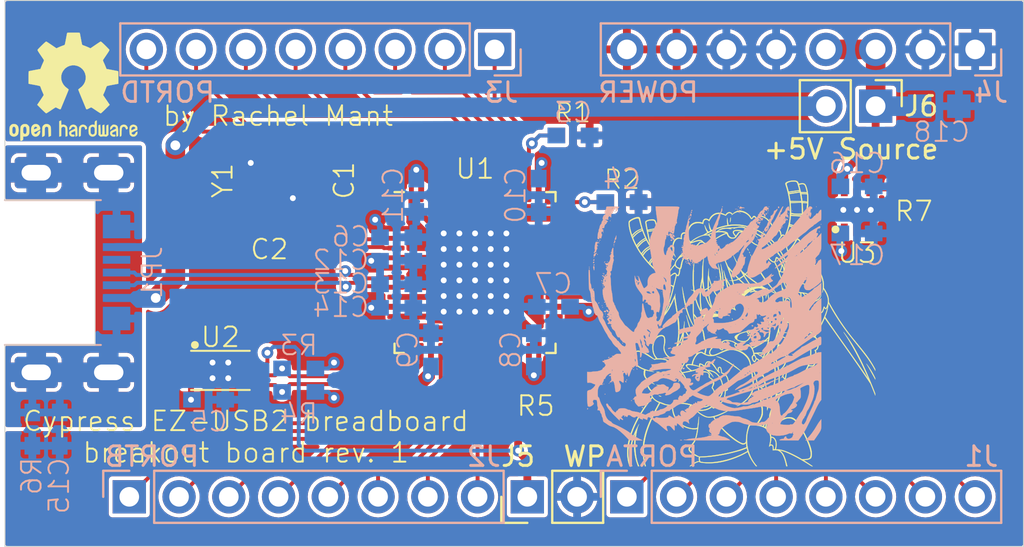
<source format=kicad_pcb>
(kicad_pcb (version 20221018) (generator pcbnew)
  (layers (0 "F.Cu" mixed) (31 "B.Cu" mixed) (34 "B.Paste" user) (35 "F.Paste" user) (36 "B.SilkS" user "B.Silkscreen") (37 "F.SilkS" user "F.Silkscreen") (38 "B.Mask" user) (39 "F.Mask" user) (44 "Edge.Cuts" user))
  (net 0 "")
  (net 1 "GND")
  (net 2 "+3V3")
  (net 3 "/Processor+USB/CLKOUT")
  (net 4 "/Processor+USB/WAKEUP")
  (net 5 "/Processor+USB/~{RESET}")
  (net 6 "Net-(U1-Pad31)")
  (net 7 "Net-(U1-Pad30)")
  (net 8 "Net-(U1-Pad29)")
  (net 9 "/Processor+USB/SDA")
  (net 10 "/Processor+USB/SCL")
  (net 11 "Net-(U1-Pad14)")
  (net 12 "Net-(U1-Pad13)")
  (net 13 "Net-(U1-Pad2)")
  (net 14 "Net-(U1-Pad1)")
  (net 15 "/Processor+USB/OSC+")
  (net 16 "/Processor+USB/OSC-")
  (net 17 "/Breadboard Connectors/PA7")
  (net 18 "/Breadboard Connectors/PA6")
  (net 19 "/Breadboard Connectors/PA5")
  (net 20 "/Breadboard Connectors/PA4")
  (net 21 "/Breadboard Connectors/PA3")
  (net 22 "/Breadboard Connectors/PA2")
  (net 23 "/Breadboard Connectors/PA1")
  (net 24 "/Breadboard Connectors/PA0")
  (net 25 "/Breadboard Connectors/PB7")
  (net 26 "/Breadboard Connectors/PB6")
  (net 27 "/Breadboard Connectors/PB5")
  (net 28 "/Breadboard Connectors/PB4")
  (net 29 "/Breadboard Connectors/PB3")
  (net 30 "/Breadboard Connectors/PB2")
  (net 31 "/Breadboard Connectors/PB1")
  (net 32 "/Breadboard Connectors/PB0")
  (net 33 "/Breadboard Connectors/PD7")
  (net 34 "/Breadboard Connectors/PD6")
  (net 35 "/Breadboard Connectors/PD5")
  (net 36 "/Breadboard Connectors/PD4")
  (net 37 "/Breadboard Connectors/PD3")
  (net 38 "/Breadboard Connectors/PD2")
  (net 39 "/Breadboard Connectors/PD1")
  (net 40 "/Breadboard Connectors/PD0")
  (net 41 "Net-(JP1-PadID)")
  (net 42 "/Supply + Support Elements/EEPROM_WC")
  (net 43 "/Processor+USB/D+")
  (net 44 "/Processor+USB/D-")
  (net 45 "Earth")
  (net 46 "+5V")
  (net 47 "/Processor+USB/VBUS")
  (net 48 "Net-(R7-Pad1)")
  (footprint "rcl:R0603" (layer "F.Cu") (at 149 99 180)
    (fp_text reference "R1")
    (fp_text value "100k" hide)
  )
  (footprint "rcl:R0603" (layer "F.Cu") (at 151.5 102.4 180)
    (fp_text reference "R2")
    (fp_text value "10k" hide)
  )
  (footprint "rcl:R0603" (layer "F.Cu") (at 147.1 114)
    (fp_text reference "R5")
    (fp_text value "10k" hide)
  )
  (footprint "Connector_PinHeader_2.54mm:PinHeader_1x02_P2.54mm_Vertical" (layer "F.Cu") (at 146.67 117.46 90)
    (fp_text reference "J5")
    (fp_text value "WP")
  )
  (footprint "DX-MON:UFDFPN8" (layer "F.Cu") (at 131 111 -90)
    (fp_text reference "U2")
    (fp_text value "M24128" hide)
  )
  (footprint "osc:SMD2520" (layer "F.Cu") (at 133.6 101.3 180)
    (fp_text reference "Y1")
    (fp_text value "24MHz" hide)
  )
  (footprint "rcl:C0603" (layer "F.Cu") (at 136.2 101.3 -90)
    (fp_text reference "C1")
    (fp_text value "15pF" hide)
  )
  (footprint "rcl:C0603" (layer "F.Cu") (at 133.5 103.7)
    (fp_text reference "C2")
    (fp_text value "15pF" hide)
  )
  (footprint "Connector_PinHeader_2.54mm:PinHeader_1x02_P2.54mm_Vertical" (layer "F.Cu") (at 164.45 97.5 -90)
    (fp_text reference "J6")
    (fp_text value "+5V Source")
  )
  (footprint "rcl:R0603" (layer "F.Cu") (at 166.4 101.75)
    (fp_text reference "R7")
    (fp_text value "100k" hide)
  )
  (footprint "DX-MON:DFN6-2x2mm" (layer "F.Cu") (at 163.5 102.8 90)
    (fp_text reference "U3")
    (fp_text value "TLV755P" hide)
  )
  (footprint "Symbol:OSHW-Logo2_7.3x6mm_SilkScreen" (layer "F.Cu") (at 123.5 96.5)
    (fp_text reference "LOGO1" hide)
    (fp_text value "Logo_Open_Hardware_Small" hide)
  )
  (footprint "DX-MON:QFN-56-1EP_8x8mm_P0.5mm_EP4.5x5.2mm" (layer "F.Cu") (at 144 106)
    (fp_text reference "U1")
    (fp_text value "CY7C68013A-56LTX" hide)
  )
  (footprint "トール:トール-12.9x14.8" (layer "F.Cu") (at 158 108.5)
    (fp_text reference "DRG1" hide)
    (fp_text value "トール" hide)
  )
  (footprint "Connector_PinHeader_2.54mm:PinHeader_1x08_P2.54mm_Vertical" (layer "B.Cu") (at 151.75 117.46 -90)
    (fp_text reference "J1")
    (fp_text value "PORTA")
  )
  (footprint "Connector_PinHeader_2.54mm:PinHeader_1x08_P2.54mm_Vertical" (layer "B.Cu") (at 145 94.6 90)
    (fp_text reference "J3")
    (fp_text value "PORTD")
  )
  (footprint "rcl:C0603" (layer "B.Cu") (at 149 99)
    (fp_text reference "C3")
    (fp_text value "10uF" hide)
  )
  (footprint "rcl:C0603" (layer "B.Cu") (at 151.5 102.4)
    (fp_text reference "C4")
    (fp_text value "10uF" hide)
  )
  (footprint "Connector_PinHeader_2.54mm:PinHeader_1x08_P2.54mm_Vertical" (layer "B.Cu") (at 169.53 94.6 90)
    (fp_text reference "J4")
    (fp_text value "POWER")
  )
  (footprint "USB:MICRO-USB-B-(IN_PCB)" (layer "B.Cu") (at 120 106 90)
    (fp_text reference "JP1")
    (fp_text value "USB-Micro-B" hide)
    (fp_line (start -3.7 0) (end -3.7 4.6) (stroke (width 0.05)) (layer "Edge.Cuts"))
    (fp_line (start -3.7 4.6) (end 3.7 4.6) (stroke (width 0.05)) (layer "Edge.Cuts"))
    (fp_line (start 3.7 4.6) (end 3.7 0) (stroke (width 0.05)) (layer "Edge.Cuts"))
  )
  (footprint "rcl:C0603" (layer "B.Cu") (at 140 104.2)
    (fp_text reference "C6")
    (fp_text value "0.1uF" hide)
  )
  (footprint "rcl:C0603" (layer "B.Cu") (at 147 109.95 90)
    (fp_text reference "C8")
    (fp_text value "0.1uF" hide)
  )
  (footprint "rcl:C0603" (layer "B.Cu") (at 141.75 109.95 90)
    (fp_text reference "C9")
    (fp_text value "0.1uF" hide)
  )
  (footprint "rcl:C0603" (layer "B.Cu") (at 147.25 102.05 -90)
    (fp_text reference "C10")
    (fp_text value "0.1uF" hide)
  )
  (footprint "rcl:C0603" (layer "B.Cu") (at 140 105.4)
    (fp_text reference "C12")
    (fp_text value "0.22uF" hide)
  )
  (footprint "rcl:C0603" (layer "B.Cu") (at 140 106.6)
    (fp_text reference "C13")
    (fp_text value "10nF" hide)
  )
  (footprint "rcl:C0603" (layer "B.Cu") (at 140 107.8)
    (fp_text reference "C14")
    (fp_text value "1nF" hide)
  )
  (footprint "rcl:C0603" (layer "B.Cu") (at 141 102.05 -90)
    (fp_text reference "C11")
    (fp_text value "0.1uF" hide)
  )
  (footprint "rcl:R0603" (layer "B.Cu") (at 135 110.9 180)
    (fp_text reference "R3")
    (fp_text value "2k2" hide)
  )
  (footprint "Connector_PinHeader_2.54mm:PinHeader_1x08_P2.54mm_Vertical" (layer "B.Cu") (at 126.35 117.46 -90)
    (fp_text reference "J2")
    (fp_text value "PORTB")
  )
  (footprint "rcl:R0603" (layer "B.Cu") (at 121.4 114 90)
    (fp_text reference "R6")
    (fp_text value "1M" hide)
  )
  (footprint "rcl:C0603" (layer "B.Cu") (at 122.8 114 -90)
    (fp_text reference "C15")
    (fp_text value "0.1uF" hide)
  )
  (footprint "rcl:R0603" (layer "B.Cu") (at 135 112.1 180)
    (fp_text reference "R4")
    (fp_text value "2k2" hide)
  )
  (footprint "rcl:C0603" (layer "B.Cu") (at 130.4 112.5)
    (fp_text reference "C5")
    (fp_text value "0.1uF" hide)
  )
  (footprint "rcl:C0603" (layer "B.Cu") (at 163.5 101.6 180)
    (fp_text reference "C16")
    (fp_text value "4.7uF" hide)
  )
  (footprint "rcl:C0603" (layer "B.Cu") (at 163.5 104)
    (fp_text reference "C17")
    (fp_text value "4.7uF" hide)
  )
  (footprint "rcl:C0805" (layer "B.Cu") (at 167.7 97.5)
    (fp_text reference "C18")
    (fp_text value "47uF" hide)
  )
  (footprint "rcl:C0603" (layer "B.Cu") (at 148 107.75 180)
    (fp_text reference "C7")
    (fp_text value "0.1uF" hide)
  )
  (footprint "Nagadreth:Nagadreth-12.0x12.0" (layer "B.Cu") (at 155.7 108.6 180)
    (fp_text reference "DRG2" hide)
    (fp_text value "Nagadreth" hide)
  )
  (gr_line (start 172 120) (end 172 92.1) (stroke (width 0.05)) (layer "Edge.Cuts"))
  (gr_line (start 172 120) (end 120 120) (stroke (width 0.05)) (layer "Edge.Cuts"))
  (gr_line (start 120 92.1) (end 120 102.3) (stroke (width 0.05)) (layer "Edge.Cuts"))
  (gr_line (start 120 92.1) (end 172 92.1) (stroke (width 0.05)) (layer "Edge.Cuts"))
  (gr_line (start 120 109.7) (end 120 120) (stroke (width 0.05)) (layer "Edge.Cuts"))
  (gr_text "Cypress EZ-USB2 breadboard\nbreakout board rev. 1" (at 132.3 114.4) (layer "F.SilkS") (effects (font (size 1 1) (thickness 0.1))))
  (gr_text "by Rachel Mant" (at 128 98) (layer "F.SilkS") (effects (font (size 1 1) (thickness 0.1)) (justify left)))
  (segment (start 130.75 111.25) (end 131 111) (width 0.3) (layer "F.Cu") (net 1))
  (segment (start 129.5 111.25) (end 130.75 111.25) (width 0.3) (layer "F.Cu") (net 1))
  (segment (start 129.5 110.75) (end 130.75 110.75) (width 0.3) (layer "F.Cu") (net 1))
  (segment (start 130.75 110.75) (end 131 111) (width 0.3) (layer "F.Cu") (net 1))
  (segment (start 146.75 108.75) (end 146.25 108.75) (width 0.3) (layer "F.Cu") (net 1))
  (segment (start 146.25 110.0375) (end 146.25 108.75) (width 0.3) (layer "F.Cu") (net 1))
  (segment (start 140.75 102.5) (end 144 105.75) (width 0.3) (layer "F.Cu") (net 1))
  (segment (start 141.75 108.25) (end 144 106) (width 0.3) (layer "F.Cu") (net 1))
  (segment (start 146.25 108.75) (end 146.25 108.25) (width 0.3) (layer "F.Cu") (net 1))
  (segment (start 140.0625 107.25) (end 142.75 107.25) (width 0.3) (layer "F.Cu") (net 1))
  (segment (start 144 105.75) (end 144 106.4) (width 0.3) (layer "F.Cu") (net 1))
  (segment (start 142.25 103.85) (end 142.4 104) (width 0.3) (layer "F.Cu") (net 1))
  (segment (start 140.0625 108.25) (end 141.75 108.25) (width 0.3) (layer "F.Cu") (net 1))
  (segment (start 144 105.65) (end 144 106) (width 0.3) (layer "F.Cu") (net 1))
  (segment (start 140.75 101.9625) (end 140.75 102.5) (width 0.3) (layer "F.Cu") (net 1))
  (segment (start 147.25 109.25) (end 146.75 108.75) (width 0.3) (layer "F.Cu") (net 1))
  (segment (start 139.9625 105.25) (end 143.25 105.25) (width 0.3) (layer "F.Cu") (net 1))
  (segment (start 148.0375 103.25) (end 146.4 103.25) (width 0.3) (layer "F.Cu") (net 1))
  (segment (start 142.75 107.25) (end 144 106) (width 0.3) (layer "F.Cu") (net 1))
  (segment (start 142.25 101.9625) (end 142.25 103.85) (width 0.3) (layer "F.Cu") (net 1))
  (segment (start 146.4 103.25) (end 144 105.65) (width 0.3) (layer "F.Cu") (net 1))
  (segment (start 143.25 105.25) (end 144 106) (width 0.3) (layer "F.Cu") (net 1))
  (segment (start 147.25 110.0375) (end 147.25 109.25) (width 0.3) (layer "F.Cu") (net 1))
  (segment (start 163.5 101.75) (end 163.5 102.8) (width 0.4) (layer "F.Cu") (net 1))
  (segment (start 146.25 108.25) (end 144 106) (width 0.3) (layer "F.Cu") (net 1))
  (via (at 130.6 111.4) (size 0.6) (drill 0.3) (layers "F.Cu" "B.Cu") (net 1))
  (via (at 130.6 110.6) (size 0.6) (drill 0.3) (layers "F.Cu" "B.Cu") (net 1))
  (via (at 131.4 110.6) (size 0.6) (drill 0.3) (layers "F.Cu" "B.Cu") (net 1))
  (via (at 131.4 111.4) (size 0.6) (drill 0.3) (layers "F.Cu" "B.Cu") (net 1))
  (via (at 143.2 104) (size 0.6) (drill 0.3) (layers "F.Cu" "B.Cu") (net 1))
  (via (at 145.6 105.6) (size 0.6) (drill 0.3) (layers "F.Cu" "B.Cu") (net 1))
  (via (at 134.7 102.2) (size 0.6) (drill 0.3) (layers "F.Cu" "B.Cu") (net 1))
  (via (at 144.8 107.2) (size 0.6) (drill 0.3) (layers "F.Cu" "B.Cu") (net 1))
  (via (at 145.6 106.4) (size 0.6) (drill 0.3) (layers "F.Cu" "B.Cu") (net 1))
  (via (at 144.8 108) (size 0.6) (drill 0.3) (layers "F.Cu" "B.Cu") (net 1))
  (via (at 145.6 108) (size 0.6) (drill 0.3) (layers "F.Cu" "B.Cu") (net 1))
  (via (at 163.5 102.8) (size 0.6) (drill 0.3) (layers "F.Cu" "B.Cu") (net 1))
  (via (at 143.2 104.8) (size 0.6) (drill 0.3) (layers "F.Cu" "B.Cu") (net 1))
  (via (at 145.6 104.8) (size 0.6) (drill 0.3) (layers "F.Cu" "B.Cu") (net 1))
  (via (at 144.8 105.6) (size 0.6) (drill 0.3) (layers "F.Cu" "B.Cu") (net 1))
  (via (at 143.2 105.6) (size 0.6) (drill 0.3) (layers "F.Cu" "B.Cu") (net 1))
  (via (at 144 106.4) (size 0.6) (drill 0.3) (layers "F.Cu" "B.Cu") (net 1))
  (via (at 144 108) (size 0.6) (drill 0.3) (layers "F.Cu" "B.Cu") (net 1))
  (via (at 162.8 102.8) (size 0.6) (drill 0.3) (layers "F.Cu" "B.Cu") (net 1))
  (via (at 142.4 104.8) (size 0.6) (drill 0.3) (layers "F.Cu" "B.Cu") (net 1))
  (via (at 143.2 108) (size 0.6) (drill 0.3) (layers "F.Cu" "B.Cu") (net 1))
  (via (at 144 104) (size 0.6) (drill 0.3) (layers "F.Cu" "B.Cu") (net 1))
  (via (at 142.4 108) (size 0.6) (drill 0.3) (layers "F.Cu" "B.Cu") (net 1))
  (via (at 143.2 106.4) (size 0.6) (drill 0.3) (layers "F.Cu" "B.Cu") (net 1))
  (via (at 143.2 107.2) (size 0.6) (drill 0.3) (layers "F.Cu" "B.Cu") (net 1))
  (via (at 142.4 104) (size 0.6) (drill 0.3) (layers "F.Cu" "B.Cu") (net 1))
  (via (at 144 104.8) (size 0.6) (drill 0.3) (layers "F.Cu" "B.Cu") (net 1))
  (via (at 144.8 106.4) (size 0.6) (drill 0.3) (layers "F.Cu" "B.Cu") (net 1))
  (via (at 144.8 104.8) (size 0.6) (drill 0.3) (layers "F.Cu" "B.Cu") (net 1))
  (via (at 142.4 107.2) (size 0.6) (drill 0.3) (layers "F.Cu" "B.Cu") (net 1))
  (via (at 142.4 105.6) (size 0.6) (drill 0.3) (layers "F.Cu" "B.Cu") (net 1))
  (via (at 145.6 107.2) (size 0.6) (drill 0.3) (layers "F.Cu" "B.Cu") (net 1))
  (via (at 145.6 104) (size 0.6) (drill 0.3) (layers "F.Cu" "B.Cu") (net 1))
  (via (at 144 107.2) (size 0.6) (drill 0.3) (layers "F.Cu" "B.Cu") (net 1))
  (via (at 144.8 104) (size 0.6) (drill 0.3) (layers "F.Cu" "B.Cu") (net 1))
  (via (at 164.2 102.8) (size 0.6) (drill 0.3) (layers "F.Cu" "B.Cu") (net 1))
  (via (at 144 105.6) (size 0.6) (drill 0.3) (layers "F.Cu" "B.Cu") (net 1))
  (via (at 132.55 100.4) (size 0.6) (drill 0.3) (layers "F.Cu" "B.Cu") (net 1))
  (via (at 142.4 106.4) (size 0.6) (drill 0.3) (layers "F.Cu" "B.Cu") (net 1))
  (segment (start 125.7 104.7) (end 127.2 104.7) (width 0.4) (layer "B.Cu") (net 1))
  (segment (start 129.5 111.75) (end 129.5 112.5) (width 0.3) (layer "F.Cu") (net 2))
  (segment (start 147.25 101.9625) (end 147.25 100.55) (width 0.3) (layer "F.Cu") (net 2))
  (segment (start 149.8 108) (end 149.5 107.75) (width 0.3) (layer "F.Cu") (net 2))
  (segment (start 138.75 107.75) (end 138.7 107.8) (width 0.3) (layer "F.Cu") (net 2))
  (segment (start 147.25 100.55) (end 147.4 100.4) (width 0.3) (layer "F.Cu") (net 2))
  (segment (start 139.05 105.75) (end 138.7 105.4) (width 0.3) (layer "F.Cu") (net 2))
  (segment (start 141.75 111.15) (end 141.6 111.3) (width 0.3) (layer "F.Cu") (net 2))
  (segment (start 139.9625 107.75) (end 138.75 107.75) (width 0.3) (layer "F.Cu") (net 2))
  (segment (start 146.75 111) (end 147 111.25) (width 0.3) (layer "F.Cu") (net 2))
  (segment (start 139.9625 103.75) (end 139.35 103.75) (width 0.3) (layer "F.Cu") (net 2))
  (segment (start 141.25 101.9625) (end 141.25 101) (width 0.3) (layer "F.Cu") (net 2))
  (segment (start 149.5 107.75) (end 148.0375 107.75) (width 0.3) (layer "F.Cu") (net 2))
  (segment (start 139.9625 105.75) (end 139.05 105.75) (width 0.3) (layer "F.Cu") (net 2))
  (segment (start 141.25 101) (end 141 100.75) (width 0.3) (layer "F.Cu") (net 2))
  (segment (start 146.75 110.0375) (end 146.75 111) (width 0.3) (layer "F.Cu") (net 2))
  (segment (start 139.35 103.75) (end 138.9 103.3) (width 0.3) (layer "F.Cu") (net 2))
  (segment (start 141.75 110.0375) (end 141.75 111.15) (width 0.3) (layer "F.Cu") (net 2))
  (via (at 129.5 112.5) (size 0.6) (drill 0.3) (layers "F.Cu" "B.Cu") (net 2))
  (via (at 147.4 100.4) (size 0.6) (drill 0.3) (layers "F.Cu" "B.Cu") (net 2))
  (via (at 136.8 110.6) (size 0.6) (drill 0.3) (layers "F.Cu" "B.Cu") (net 2))
  (via (at 162.7 104.9) (size 0.6) (drill 0.3) (layers "F.Cu" "B.Cu") (net 2))
  (via (at 138.7 107.8) (size 0.6) (drill 0.3) (layers "F.Cu" "B.Cu") (net 2))
  (via (at 138.9 103.3) (size 0.6) (drill 0.3) (layers "F.Cu" "B.Cu") (net 2))
  (via (at 147 111.25) (size 0.6) (drill 0.3) (layers "F.Cu" "B.Cu") (net 2))
  (via (at 149.8 108) (size 0.6) (drill 0.3) (layers "F.Cu" "B.Cu") (net 2))
  (via (at 138.7 105.4) (size 0.6) (drill 0.3) (layers "F.Cu" "B.Cu") (net 2))
  (via (at 136.8 112.4) (size 0.6) (drill 0.3) (layers "F.Cu" "B.Cu") (net 2))
  (via (at 141 100.75) (size 0.6) (drill 0.3) (layers "F.Cu" "B.Cu") (net 2))
  (via (at 141.6 111.3) (size 0.6) (drill 0.3) (layers "F.Cu" "B.Cu") (net 2))
  (segment (start 129.55 112.5) (end 129.5 112.5) (width 0.3) (layer "B.Cu") (net 2))
  (segment (start 141.75 111.15) (end 141.6 111.3) (width 0.3) (layer "B.Cu") (net 2))
  (segment (start 135.85 110.9) (end 136.5 110.9) (width 0.2) (layer "B.Cu") (net 2))
  (segment (start 141 100.75) (end 141 101.2) (width 0.3) (layer "B.Cu") (net 2))
  (segment (start 147.25 100.55) (end 147.4 100.4) (width 0.3) (layer "B.Cu") (net 2))
  (segment (start 139.15 107.8) (end 138.7 107.8) (width 0.3) (layer "B.Cu") (net 2))
  (segment (start 136.5 112.1) (end 136.8 112.4) (width 0.2) (layer "B.Cu") (net 2))
  (segment (start 147.25 100.75) (end 147.25 101.2) (width 0.3) (layer "B.Cu") (net 2))
  (segment (start 139.15 106.6) (end 139.15 105.4) (width 0.4) (layer "B.Cu") (net 2))
  (segment (start 139.15 106.6) (end 139.15 107.8) (width 0.4) (layer "B.Cu") (net 2))
  (segment (start 138.9 103.3) (end 139.15 103.6) (width 0.3) (layer "B.Cu") (net 2))
  (segment (start 136.5 110.9) (end 136.8 110.6) (width 0.2) (layer "B.Cu") (net 2))
  (segment (start 162.65 104.85) (end 162.7 104.9) (width 0.4) (layer "B.Cu") (net 2))
  (segment (start 149.8 108) (end 149.5 107.75) (width 0.3) (layer "B.Cu") (net 2))
  (segment (start 139.15 105.4) (end 138.7 105.4) (width 0.3) (layer "B.Cu") (net 2))
  (segment (start 162.65 104) (end 162.65 104.85) (width 0.4) (layer "B.Cu") (net 2))
  (segment (start 147 111.25) (end 147 110.8) (width 0.3) (layer "B.Cu") (net 2))
  (segment (start 147.25 101.2) (end 147.25 100.55) (width 0.3) (layer "B.Cu") (net 2))
  (segment (start 135.85 112.1) (end 136.5 112.1) (width 0.2) (layer "B.Cu") (net 2))
  (segment (start 149.5 107.75) (end 148.85 107.75) (width 0.3) (layer "B.Cu") (net 2))
  (segment (start 141.75 110.8) (end 141.75 111.15) (width 0.3) (layer "B.Cu") (net 2))
  (segment (start 139.15 103.6) (end 139.15 104.2) (width 0.3) (layer "B.Cu") (net 2))
  (segment (start 147.3 99) (end 148.15 99) (width 0.2) (layer "F.Cu") (net 4))
  (segment (start 146.75 99.55) (end 146.9 99.4) (width 0.2) (layer "F.Cu") (net 4))
  (segment (start 146.9 99.4) (end 147.3 99) (width 0.2) (layer "F.Cu") (net 4))
  (segment (start 146.75 101.9625) (end 146.75 99.55) (width 0.2) (layer "F.Cu") (net 4))
  (via (at 146.9 99.4) (size 0.6) (drill 0.3) (layers "F.Cu" "B.Cu") (net 4))
  (segment (start 147.3 99) (end 148.15 99) (width 0.2) (layer "B.Cu") (net 4))
  (segment (start 146.9 99.4) (end 147.3 99) (width 0.2) (layer "B.Cu") (net 4))
  (segment (start 149.1 102.4) (end 148.75 102.75) (width 0.2) (layer "F.Cu") (net 5))
  (segment (start 150.65 102.4) (end 149.6 102.4) (width 0.2) (layer "F.Cu") (net 5))
  (segment (start 148.75 102.75) (end 148.0375 102.75) (width 0.2) (layer "F.Cu") (net 5))
  (segment (start 149.6 102.4) (end 149.1 102.4) (width 0.2) (layer "F.Cu") (net 5))
  (via (at 149.6 102.4) (size 0.6) (drill 0.3) (layers "F.Cu" "B.Cu") (net 5))
  (segment (start 149.6 102.4) (end 150.65 102.4) (width 0.2) (layer "B.Cu") (net 5))
  (segment (start 134.55 111.7) (end 140.265699 111.7) (width 0.2) (layer "F.Cu") (net 9))
  (segment (start 132.5 111.75) (end 133.8 111.75) (width 0.2) (layer "F.Cu") (net 9))
  (segment (start 133.8 111.75) (end 134.15 112.1) (width 0.2) (layer "F.Cu") (net 9))
  (segment (start 141.25 110.715699) (end 141.25 110.0375) (width 0.2) (layer "F.Cu") (net 9))
  (segment (start 134.15 112.1) (end 134.55 111.7) (width 0.2) (layer "F.Cu") (net 9))
  (segment (start 140.265699 111.7) (end 141.25 110.715699) (width 0.2) (layer "F.Cu") (net 9))
  (via (at 134.15 112.1) (size 0.6) (drill 0.3) (layers "F.Cu" "B.Cu") (net 9))
  (segment (start 140.10001 111.29999) (end 140.75 110.65) (width 0.2) (layer "F.Cu") (net 10))
  (segment (start 133.8 111.25) (end 134.15 110.9) (width 0.2) (layer "F.Cu") (net 10))
  (segment (start 134.15 110.9) (end 134.54999 111.29999) (width 0.2) (layer "F.Cu") (net 10))
  (segment (start 134.54999 111.29999) (end 140.10001 111.29999) (width 0.2) (layer "F.Cu") (net 10))
  (segment (start 132.5 111.25) (end 133.8 111.25) (width 0.2) (layer "F.Cu") (net 10))
  (segment (start 140.75 110.65) (end 140.75 110.0375) (width 0.2) (layer "F.Cu") (net 10))
  (via (at 134.15 110.9) (size 0.6) (drill 0.3) (layers "F.Cu" "B.Cu") (net 10))
  (segment (start 137.943633 103.881583) (end 137.919806 103.919504) (width 0.2) (layer "F.Cu") (net 15))
  (segment (start 139.9625 104.25) (end 139.35 104.25) (width 0.2) (layer "F.Cu") (net 15))
  (segment (start 138.343633 104.224697) (end 138.319806 104.186776) (width 0.2) (layer "F.Cu") (net 15))
  (segment (start 137.7 104.3) (end 137.4 104.3) (width 0.2) (layer "F.Cu") (net 15))
  (segment (start 137.905014 103.961776) (end 137.9 104.006281) (width 0.2) (layer "F.Cu") (net 15))
  (segment (start 137.856366 104.224697) (end 137.824697 104.256366) (width 0.2) (layer "F.Cu") (net 15))
  (segment (start 138.413223 104.280193) (end 138.375302 104.256366) (width 0.2) (layer "F.Cu") (net 15))
  (segment (start 138.305014 104.144504) (end 138.3 104.1) (width 0.2) (layer "F.Cu") (net 15))
  (segment (start 138.186776 103.826087) (end 138.144504 103.811295) (width 0.2) (layer "F.Cu") (net 15))
  (segment (start 137.919806 103.919504) (end 137.905014 103.961776) (width 0.2) (layer "F.Cu") (net 15))
  (segment (start 137.9 104.1) (end 137.894985 104.144504) (width 0.2) (layer "F.Cu") (net 15))
  (segment (start 137.9 104.006281) (end 137.9 104.1) (width 0.2) (layer "F.Cu") (net 15))
  (segment (start 138.3 104.006281) (end 138.294985 103.961776) (width 0.2) (layer "F.Cu") (net 15))
  (segment (start 137.975302 103.849914) (end 137.943633 103.881583) (width 0.2) (layer "F.Cu") (net 15))
  (segment (start 138.375302 104.256366) (end 138.343633 104.224697) (width 0.2) (layer "F.Cu") (net 15))
  (segment (start 134.65 100.4) (end 134.7 100.45) (width 0.2) (layer "F.Cu") (net 15))
  (segment (start 137.2 104.1) (end 137.2 100.8) (width 0.2) (layer "F.Cu") (net 15))
  (segment (start 137.4 104.3) (end 137.2 104.1) (width 0.2) (layer "F.Cu") (net 15))
  (segment (start 137.894985 104.144504) (end 137.880193 104.186776) (width 0.2) (layer "F.Cu") (net 15))
  (segment (start 138.144504 103.811295) (end 138.1 103.806281) (width 0.2) (layer "F.Cu") (net 15))
  (segment (start 137.786776 104.280193) (end 137.744504 104.294985) (width 0.2) (layer "F.Cu") (net 15))
  (segment (start 137.824697 104.256366) (end 137.786776 104.280193) (width 0.2) (layer "F.Cu") (net 15))
  (segment (start 134.7 100.45) (end 136.2 100.45) (width 0.2) (layer "F.Cu") (net 15))
  (segment (start 138.055495 103.811295) (end 138.013223 103.826087) (width 0.2) (layer "F.Cu") (net 15))
  (segment (start 137.2 100.8) (end 136.85 100.45) (width 0.2) (layer "F.Cu") (net 15))
  (segment (start 138.3 104.1) (end 138.3 104.006281) (width 0.2) (layer "F.Cu") (net 15))
  (segment (start 138.013223 103.826087) (end 137.975302 103.849914) (width 0.2) (layer "F.Cu") (net 15))
  (segment (start 139.35 104.25) (end 139.3 104.3) (width 0.2) (layer "F.Cu") (net 15))
  (segment (start 138.280193 103.919504) (end 138.256366 103.881583) (width 0.2) (layer "F.Cu") (net 15))
  (segment (start 138.455495 104.294985) (end 138.413223 104.280193) (width 0.2) (layer "F.Cu") (net 15))
  (segment (start 138.5 104.3) (end 138.455495 104.294985) (width 0.2) (layer "F.Cu") (net 15))
  (segment (start 138.224697 103.849914) (end 138.186776 103.826087) (width 0.2) (layer "F.Cu") (net 15))
  (segment (start 138.256366 103.881583) (end 138.224697 103.849914) (width 0.2) (layer "F.Cu") (net 15))
  (segment (start 138.294985 103.961776) (end 138.280193 103.919504) (width 0.2) (layer "F.Cu") (net 15))
  (segment (start 137.744504 104.294985) (end 137.7 104.3) (width 0.2) (layer "F.Cu") (net 15))
  (segment (start 137.880193 104.186776) (end 137.856366 104.224697) (width 0.2) (layer "F.Cu") (net 15))
  (segment (start 138.1 103.806281) (end 138.055495 103.811295) (width 0.2) (layer "F.Cu") (net 15))
  (segment (start 136.85 100.45) (end 136.2 100.45) (width 0.2) (layer "F.Cu") (net 15))
  (segment (start 138.319806 104.186776) (end 138.305014 104.144504) (width 0.2) (layer "F.Cu") (net 15))
  (segment (start 139.3 104.3) (end 138.5 104.3) (width 0.2) (layer "F.Cu") (net 15))
  (segment (start 136.9 104.7) (end 139.3 104.70001) (width 0.2) (layer "F.Cu") (net 16))
  (segment (start 132.65 104.35) (end 133 104.7) (width 0.2) (layer "F.Cu") (net 16))
  (segment (start 132.65 103.7) (end 132.65 104.35) (width 0.2) (layer "F.Cu") (net 16))
  (segment (start 139.3 104.70001) (end 139.34999 104.75) (width 0.2) (layer "F.Cu") (net 16))
  (segment (start 132.55 102.2) (end 132.65 102.3) (width 0.2) (layer "F.Cu") (net 16))
  (segment (start 133 104.7) (end 136.9 104.7) (width 0.2) (layer "F.Cu") (net 16))
  (segment (start 139.34999 104.75) (end 139.9625 104.75) (width 0.2) (layer "F.Cu") (net 16))
  (segment (start 132.65 102.3) (end 132.65 103.7) (width 0.2) (layer "F.Cu") (net 16))
  (segment (start 159.35 103.75) (end 162 106.4) (width 0.2) (layer "F.Cu") (net 17))
  (segment (start 163.821386 115.69999) (end 167.76999 115.69999) (width 0.2) (layer "F.Cu") (net 17))
  (segment (start 162 106.4) (end 162 113.878604) (width 0.2) (layer "F.Cu") (net 17))
  (segment (start 167.76999 115.69999) (end 169.53 117.46) (width 0.2) (layer "F.Cu") (net 17))
  (segment (start 148.0375 103.75) (end 159.35 103.75) (width 0.2) (layer "F.Cu") (net 17))
  (segment (start 162 113.878604) (end 163.821386 115.69999) (width 0.2) (layer "F.Cu") (net 17))
  (segment (start 161.6 114.044302) (end 163.655698 116.1) (width 0.2) (layer "F.Cu") (net 18))
  (segment (start 159.25 104.25) (end 161.6 106.6) (width 0.2) (layer "F.Cu") (net 18))
  (segment (start 148.0375 104.25) (end 159.25 104.25) (width 0.2) (layer "F.Cu") (net 18))
  (segment (start 163.655698 116.1) (end 165.63 116.1) (width 0.2) (layer "F.Cu") (net 18))
  (segment (start 165.63 116.1) (end 166.99 117.46) (width 0.2) (layer "F.Cu") (net 18))
  (segment (start 161.6 106.6) (end 161.6 114.044302) (width 0.2) (layer "F.Cu") (net 18))
  (segment (start 148.0375 104.75) (end 159.15 104.75) (width 0.2) (layer "F.Cu") (net 19))
  (segment (start 159.15 104.75) (end 161.2 106.8) (width 0.2) (layer "F.Cu") (net 19))
  (segment (start 161.2 106.8) (end 161.2 114.21) (width 0.2) (layer "F.Cu") (net 19))
  (segment (start 161.2 114.21) (end 164.45 117.46) (width 0.2) (layer "F.Cu") (net 19))
  (segment (start 160.8 115.1) (end 161.91 116.21) (width 0.2) (layer "F.Cu") (net 20))
  (segment (start 160.8 107) (end 160.8 115.1) (width 0.2) (layer "F.Cu") (net 20))
  (segment (start 159.05 105.25) (end 160.8 107) (width 0.2) (layer "F.Cu") (net 20))
  (segment (start 148.0375 105.25) (end 159.05 105.25) (width 0.2) (layer "F.Cu") (net 20))
  (segment (start 161.91 116.21) (end 161.91 117.46) (width 0.2) (layer "F.Cu") (net 20))
  (segment (start 159.37 116.13) (end 159.37 117.46) (width 0.2) (layer "F.Cu") (net 21))
  (segment (start 160.4 107.2) (end 160.4 115.1) (width 0.2) (layer "F.Cu") (net 21))
  (segment (start 148.0375 105.75) (end 158.95 105.75) (width 0.2) (layer "F.Cu") (net 21))
  (segment (start 158.95 105.75) (end 160.4 107.2) (width 0.2) (layer "F.Cu") (net 21))
  (segment (start 160.4 115.1) (end 159.37 116.13) (width 0.2) (layer "F.Cu") (net 21))
  (segment (start 160 107.4) (end 160 114.29) (width 0.2) (layer "F.Cu") (net 22))
  (segment (start 160 114.29) (end 156.83 117.46) (width 0.2) (layer "F.Cu") (net 22))
  (segment (start 158.85 106.25) (end 160 107.4) (width 0.2) (layer "F.Cu") (net 22))
  (segment (start 148.0375 106.25) (end 158.85 106.25) (width 0.2) (layer "F.Cu") (net 22))
  (segment (start 159.59999 114.10001) (end 157.6 116.1) (width 0.2) (layer "F.Cu") (net 23))
  (segment (start 159.59999 107.59999) (end 159.59999 114.10001) (width 0.2) (layer "F.Cu") (net 23))
  (segment (start 158.75 106.75) (end 159.59999 107.59999) (width 0.2) (layer "F.Cu") (net 23))
  (segment (start 157.6 116.1) (end 155.65 116.1) (width 0.2) (layer "F.Cu") (net 23))
  (segment (start 148.0375 106.75) (end 158.75 106.75) (width 0.2) (layer "F.Cu") (net 23))
  (segment (start 155.65 116.1) (end 154.29 117.46) (width 0.2) (layer "F.Cu") (net 23))
  (segment (start 158.65 107.25002) (end 159.19998 107.8) (width 0.2) (layer "F.Cu") (net 24))
  (segment (start 159.19998 113.934322) (end 157.434312 115.69999) (width 0.2) (layer "F.Cu") (net 24))
  (segment (start 153.51001 115.69999) (end 151.75 117.46) (width 0.2) (layer "F.Cu") (net 24))
  (segment (start 157.434312 115.69999) (end 153.51001 115.69999) (width 0.2) (layer "F.Cu") (net 24))
  (segment (start 148.0375 107.25) (end 158.65 107.25002) (width 0.2) (layer "F.Cu") (net 24))
  (segment (start 159.19998 107.8) (end 159.19998 113.934322) (width 0.2) (layer "F.Cu") (net 24))
  (segment (start 145.75 111.997888) (end 145.75 110.0375) (width 0.2) (layer "F.Cu") (net 25))
  (segment (start 144.13 117.46) (end 144.13 113.617888) (width 0.2) (layer "F.Cu") (net 25))
  (segment (start 144.13 113.617888) (end 145.75 111.997888) (width 0.2) (layer "F.Cu") (net 25))
  (segment (start 145.25 111.93219) (end 141.59 115.59219) (width 0.2) (layer "F.Cu") (net 26))
  (segment (start 145.25 110.0375) (end 145.25 111.93219) (width 0.2) (layer "F.Cu") (net 26))
  (segment (start 141.59 115.59219) (end 141.59 117.46) (width 0.2) (layer "F.Cu") (net 26))
  (segment (start 144.75 111.866492) (end 144.75 110.0375) (width 0.2) (layer "F.Cu") (net 27))
  (segment (start 139.5 115.7) (end 140.916492 115.7) (width 0.2) (layer "F.Cu") (net 27))
  (segment (start 139.05 116.15) (end 139.5 115.7) (width 0.2) (layer "F.Cu") (net 27))
  (segment (start 139.05 117.46) (end 139.05 116.15) (width 0.2) (layer "F.Cu") (net 27))
  (segment (start 140.916492 115.7) (end 144.75 111.866492) (width 0.2) (layer "F.Cu") (net 27))
  (segment (start 140.750804 115.29999) (end 144.25 111.800794) (width 0.2) (layer "F.Cu") (net 28))
  (segment (start 136.51 117.46) (end 138.67001 115.29999) (width 0.2) (layer "F.Cu") (net 28))
  (segment (start 144.25 111.800794) (end 144.25 110.0375) (width 0.2) (layer "F.Cu") (net 28))
  (segment (start 138.67001 115.29999) (end 140.750804 115.29999) (width 0.2) (layer "F.Cu") (net 28))
  (segment (start 140.585116 114.89998) (end 136.53002 114.89998) (width 0.2) (layer "F.Cu") (net 29))
  (segment (start 136.53002 114.89998) (end 133.97 117.46) (width 0.2) (layer "F.Cu") (net 29))
  (segment (start 143.75 110.0375) (end 143.75 111.735096) (width 0.2) (layer "F.Cu") (net 29))
  (segment (start 143.75 111.735096) (end 140.585116 114.89998) (width 0.2) (layer "F.Cu") (net 29))
  (segment (start 140.419428 114.49997) (end 134.39003 114.49997) (width 0.2) (layer "F.Cu") (net 30))
  (segment (start 143.25 111.669398) (end 140.419428 114.49997) (width 0.2) (layer "F.Cu") (net 30))
  (segment (start 143.25 110.0375) (end 143.25 111.669398) (width 0.2) (layer "F.Cu") (net 30))
  (segment (start 134.39003 114.49997) (end 131.43 117.46) (width 0.2) (layer "F.Cu") (net 30))
  (segment (start 142.75 111.6037) (end 140.25374 114.09996) (width 0.2) (layer "F.Cu") (net 31))
  (segment (start 140.25374 114.09996) (end 132.25004 114.09996) (width 0.2) (layer "F.Cu") (net 31))
  (segment (start 132.25004 114.09996) (end 128.89 117.46) (width 0.2) (layer "F.Cu") (net 31))
  (segment (start 142.75 110.0375) (end 142.75 111.6037) (width 0.2) (layer "F.Cu") (net 31))
  (segment (start 140.088052 113.69995) (end 130.11005 113.69995) (width 0.2) (layer "F.Cu") (net 32))
  (segment (start 130.11005 113.69995) (end 126.35 117.46) (width 0.2) (layer "F.Cu") (net 32))
  (segment (start 142.25 110.0375) (end 142.25 111.538002) (width 0.2) (layer "F.Cu") (net 32))
  (segment (start 142.25 111.538002) (end 140.088052 113.69995) (width 0.2) (layer "F.Cu") (net 32))
  (segment (start 142.75 101.9625) (end 142.75 99.15) (width 0.2) (layer "F.Cu") (net 33))
  (segment (start 130.10006 98.80006) (end 127.22 95.92) (width 0.2) (layer "F.Cu") (net 33))
  (segment (start 142.75 99.15) (end 142.40006 98.80006) (width 0.2) (layer "F.Cu") (net 33))
  (segment (start 127.22 95.92) (end 127.22 94.6) (width 0.2) (layer "F.Cu") (net 33))
  (segment (start 142.40006 98.80006) (end 130.10006 98.80006) (width 0.2) (layer "F.Cu") (net 33))
  (segment (start 132.30005 98.40005) (end 129.76 95.86) (width 0.2) (layer "F.Cu") (net 34))
  (segment (start 143.25 101.9625) (end 143.25 99.05) (width 0.2) (layer "F.Cu") (net 34))
  (segment (start 129.76 95.86) (end 129.76 94.6) (width 0.2) (layer "F.Cu") (net 34))
  (segment (start 142.60005 98.40005) (end 132.30005 98.40005) (width 0.2) (layer "F.Cu") (net 34))
  (segment (start 143.25 99.05) (end 142.60005 98.40005) (width 0.2) (layer "F.Cu") (net 34))
  (segment (start 143.75 98.95) (end 142.80004 98.00004) (width 0.2) (layer "F.Cu") (net 35))
  (segment (start 132.3 95.9) (end 132.3 94.6) (width 0.2) (layer "F.Cu") (net 35))
  (segment (start 134.40004 98.00004) (end 132.3 95.9) (width 0.2) (layer "F.Cu") (net 35))
  (segment (start 143.75 101.9625) (end 143.75 98.95) (width 0.2) (layer "F.Cu") (net 35))
  (segment (start 142.80004 98.00004) (end 134.40004 98.00004) (width 0.2) (layer "F.Cu") (net 35))
  (segment (start 143.00003 97.60003) (end 136.60003 97.60003) (width 0.2) (layer "F.Cu") (net 36))
  (segment (start 136.60003 97.60003) (end 134.84 95.84) (width 0.2) (layer "F.Cu") (net 36))
  (segment (start 144.25 98.85) (end 143.00003 97.60003) (width 0.2) (layer "F.Cu") (net 36))
  (segment (start 134.84 95.84) (end 134.84 94.6) (width 0.2) (layer "F.Cu") (net 36))
  (segment (start 144.25 101.9625) (end 144.25 98.85) (width 0.2) (layer "F.Cu") (net 36))
  (segment (start 144.75 98.75) (end 143.20002 97.20002) (width 0.2) (layer "F.Cu") (net 37))
  (segment (start 137.38 95.88) (end 137.38 94.6) (width 0.2) (layer "F.Cu") (net 37))
  (segment (start 143.20002 97.20002) (end 138.70002 97.20002) (width 0.2) (layer "F.Cu") (net 37))
  (segment (start 144.75 101.9625) (end 144.75 98.75) (width 0.2) (layer "F.Cu") (net 37))
  (segment (start 138.70002 97.20002) (end 137.38 95.88) (width 0.2) (layer "F.Cu") (net 37))
  (segment (start 145.25 98.65) (end 143.40001 96.80001) (width 0.2) (layer "F.Cu") (net 38))
  (segment (start 143.40001 96.80001) (end 140.80001 96.80001) (width 0.2) (layer "F.Cu") (net 38))
  (segment (start 139.92 94.6) (end 139.92 95.92) (width 0.2) (layer "F.Cu") (net 38))
  (segment (start 139.92 95.92) (end 140.80001 96.80001) (width 0.2) (layer "F.Cu") (net 38))
  (segment (start 145.25 101.9625) (end 145.25 98.65) (width 0.2) (layer "F.Cu") (net 38))
  (segment (start 145.75 98.55) (end 143.6 96.4) (width 0.2) (layer "F.Cu") (net 39))
  (segment (start 142.46 94.6) (end 142.46 95.86) (width 0.2) (layer "F.Cu") (net 39))
  (segment (start 145.75 101.9625) (end 145.75 98.55) (width 0.2) (layer "F.Cu") (net 39))
  (segment (start 143.6 96.4) (end 143 96.4) (width 0.2) (layer "F.Cu") (net 39))
  (segment (start 142.46 95.86) (end 143 96.4) (width 0.2) (layer "F.Cu") (net 39))
  (segment (start 146.25 101.9625) (end 146.25 98.45) (width 0.2) (layer "F.Cu") (net 40))
  (segment (start 145 97.2) (end 145 95.8) (width 0.2) (layer "F.Cu") (net 40))
  (segment (start 146.25 98.45) (end 145 97.2) (width 0.2) (layer "F.Cu") (net 40))
  (segment (start 145 94.6) (end 145 95.8) (width 0.2) (layer "F.Cu") (net 40))
  (segment (start 146.2 115.1) (end 146.67 115.63) (width 0.4) (layer "F.Cu") (net 42))
  (segment (start 146.2 114.05) (end 146.2 115.1) (width 0.4) (layer "F.Cu") (net 42))
  (segment (start 133.4 110.6) (end 133.4 110.1) (width 0.2) (layer "F.Cu") (net 42))
  (segment (start 146.67 115.63) (end 146.67 117.46) (width 0.4) (layer "F.Cu") (net 42))
  (segment (start 146.25 114) (end 146.2 114.05) (width 0.4) (layer "F.Cu") (net 42))
  (segment (start 133.25 110.75) (end 133.4 110.6) (width 0.2) (layer "F.Cu") (net 42))
  (segment (start 132.5 110.75) (end 133.25 110.75) (width 0.2) (layer "F.Cu") (net 42))
  (via (at 146.2 115.1) (size 0.6) (drill 0.3) (layers "F.Cu" "B.Cu") (net 42))
  (via (at 133.4 110.1) (size 0.6) (drill 0.3) (layers "F.Cu" "B.Cu") (net 42))
  (segment (start 135.3 115.1) (end 135 114.8) (width 0.2) (layer "B.Cu") (net 42))
  (segment (start 146.2 115.1) (end 135.3 115.1) (width 0.2) (layer "B.Cu") (net 42))
  (segment (start 134.8 109.8) (end 133.7 109.8) (width 0.2) (layer "B.Cu") (net 42))
  (segment (start 133.7 109.8) (end 133.4 110.1) (width 0.2) (layer "B.Cu") (net 42))
  (segment (start 135 114.8) (end 135 110) (width 0.2) (layer "B.Cu") (net 42))
  (segment (start 135 110) (end 134.8 109.8) (width 0.2) (layer "B.Cu") (net 42))
  (segment (start 139.35 106.25) (end 139.9625 106.25) (width 0.2) (layer "F.Cu") (net 43))
  (segment (start 139.3 106.3) (end 139.35 106.25) (width 0.2) (layer "F.Cu") (net 43))
  (segment (start 137.575 106.125) (end 138.125 106.125) (width 0.2) (layer "F.Cu") (net 43))
  (segment (start 138.125 106.125) (end 138.3 106.3) (width 0.2) (layer "F.Cu") (net 43))
  (segment (start 137.375 105.925) (end 137.575 106.125) (width 0.2) (layer "F.Cu") (net 43))
  (segment (start 138.3 106.3) (end 139.3 106.3) (width 0.2) (layer "F.Cu") (net 43))
  (via (at 137.375 105.925) (size 0.6) (drill 0.3) (layers "F.Cu" "B.Cu") (net 43))
  (segment (start 137.2 106.125) (end 137.375 105.925) (width 0.2) (layer "B.Cu") (net 43))
  (segment (start 126.600008 106) (end 126.725 106.125) (width 0.2) (layer "B.Cu") (net 43))
  (segment (start 126.725 106.125) (end 137.2 106.125) (width 0.2) (layer "B.Cu") (net 43))
  (segment (start 125.7 106) (end 126.600008 106) (width 0.2) (layer "B.Cu") (net 43))
  (segment (start 137.959301 106.525) (end 138.134311 106.70001) (width 0.2) (layer "F.Cu") (net 44))
  (segment (start 139.3 106.7) (end 139.35 106.75) (width 0.2) (layer "F.Cu") (net 44))
  (segment (start 137.4 106.725) (end 137.6 106.525) (width 0.2) (layer "F.Cu") (net 44))
  (segment (start 138.134311 106.70001) (end 139.29999 106.70001) (width 0.2) (layer "F.Cu") (net 44))
  (segment (start 137.6 106.525) (end 137.959301 106.525) (width 0.2) (layer "F.Cu") (net 44))
  (segment (start 139.29999 106.70001) (end 139.3 106.7) (width 0.2) (layer "F.Cu") (net 44))
  (segment (start 139.35 106.75) (end 139.9625 106.75) (width 0.2) (layer "F.Cu") (net 44))
  (via (at 137.4 106.725) (size 0.6) (drill 0.3) (layers "F.Cu" "B.Cu") (net 44))
  (segment (start 137.2 106.525) (end 137.4 106.725) (width 0.2) (layer "B.Cu") (net 44))
  (segment (start 126.6 106.65) (end 126.75 106.525) (width 0.2) (layer "B.Cu") (net 44))
  (segment (start 126.75 106.525) (end 137.2 106.525) (width 0.2) (layer "B.Cu") (net 44))
  (segment (start 125.7 106.65) (end 126.6 106.65) (width 0.2) (layer "B.Cu") (net 44))
  (segment (start 166.8 100.5) (end 164.2 100.5) (width 0.2) (layer "F.Cu") (net 46))
  (segment (start 167.25 101.75) (end 167.25 100.95) (width 0.2) (layer "F.Cu") (net 46))
  (segment (start 161.91 94.6) (end 164.45 94.6) (width 1) (layer "F.Cu") (net 46))
  (segment (start 163 100.7) (end 163.7 100) (width 0.4) (layer "F.Cu") (net 46))
  (segment (start 162.85 101.75) (end 162.85 100.85) (width 0.4) (layer "F.Cu") (net 46))
  (segment (start 167.25 100.95) (end 166.8 100.5) (width 0.2) (layer "F.Cu") (net 46))
  (segment (start 164.45 94.6) (end 164.45 97.5) (width 1) (layer "F.Cu") (net 46))
  (segment (start 164.2 100.5) (end 163.7 100) (width 0.2) (layer "F.Cu") (net 46))
  (segment (start 162.85 100.85) (end 163 100.7) (width 0.4) (layer "F.Cu") (net 46))
  (segment (start 164.45 99.25) (end 164.45 97.5) (width 0.4) (layer "F.Cu") (net 46))
  (segment (start 163.7 100) (end 164.45 99.25) (width 0.4) (layer "F.Cu") (net 46))
  (via (at 163 100.7) (size 0.6) (drill 0.3) (layers "F.Cu" "B.Cu") (net 46))
  (segment (start 166.7 97.5) (end 164.45 97.5) (width 1) (layer "B.Cu") (net 46))
  (segment (start 162.65 101.05) (end 162.65 101.6) (width 0.4) (layer "B.Cu") (net 46))
  (segment (start 163 100.7) (end 162.65 101.05) (width 0.4) (layer "B.Cu") (net 46))
  (segment (start 128.7 99.5) (end 128.7 106.3) (width 1) (layer "F.Cu") (net 47))
  (segment (start 128.7 106.3) (end 127.7 107.3) (width 1) (layer "F.Cu") (net 47))
  (via (at 127.7 107.3) (size 0.7) (drill 0.5) (layers "F.Cu" "B.Cu") (net 47))
  (via (at 128.7 99.5) (size 0.7) (drill 0.5) (layers "F.Cu" "B.Cu") (net 47))
  (segment (start 127.5 107.3) (end 127.5 107.3) (width 0.4) (layer "B.Cu") (net 47))
  (segment (start 130.6 97.6) (end 161.91 97.5) (width 1) (layer "B.Cu") (net 47))
  (segment (start 128.7 99.5) (end 130.6 97.6) (width 1) (layer "B.Cu") (net 47))
  (segment (start 164.15 101.75) (end 165.55 101.75) (width 0.2) (layer "F.Cu") (net 48))
  (zone (net 1) (net_name "GND") (layer "F.Cu") (priority 1) (connect_pads yes (clearance 0.2)) (min_thickness 0.2) (fill yes (thermal_gap 0.2) (thermal_bridge_width 0.4))
    (polygon (pts (xy 164.5 103.3) (xy 164.35 103.3) (xy 164.35 104.2) (xy 163.3 104.2) (xy 163.3 103.3) (xy 162.5 103.3) (xy 162.5 102.3) (xy 164.5 102.3)))
  )
  (zone (net 1) (net_name "GND") (layer "F.Cu") (priority 1) (connect_pads yes (clearance 0.2)) (min_thickness 0.2) (fill yes (thermal_gap 0.2) (thermal_bridge_width 0.4))
    (polygon (pts (xy 146.9 108.7) (xy 146.9 108.9) (xy 146.5 108.9) (xy 146.2 109.2) (xy 146.2 108)))
  )
  (zone (net 1) (net_name "GND") (layer "F.Cu") (priority 1) (connect_pads yes (clearance 0.2)) (min_thickness 0.2) (fill yes (thermal_gap 0.2) (thermal_bridge_width 0.4))
    (polygon (pts (xy 135.5 100) (xy 136.6 100) (xy 136.6 100.45) (xy 136.85 100.45) (xy 137.2 100.8) (xy 137.2 104.7) (xy 133 104.7) (xy 132.65 104.35) (xy 132.65 104.1) (xy 132.2 104.1) (xy 132.2 103.1) (xy 131.9 102.8) (xy 131.9 99.8) (xy 135.3 99.8)))
  )
  (zone (net 2) (net_name "+3V3") (layer "F.Cu") (connect_pads (clearance 0.2)) (min_thickness 0.2) (fill yes (thermal_gap 0.2) (thermal_bridge_width 0.4))
    (polygon (pts (xy 172 120) (xy 120 120) (xy 120 92.1) (xy 172 92.1)))
  )
  (zone (net 45) (net_name "Earth") (layer "F.Cu") (priority 1) (connect_pads (clearance 0.2)) (min_thickness 0.2) (fill yes (thermal_gap 0.2) (thermal_bridge_width 0.4))
    (polygon (pts (xy 127 113.9) (xy 120 113.9) (xy 120 99.5) (xy 127 99.5)))
  )
  (zone (net 47) (net_name "/Processor+USB/VBUS") (layer "B.Cu") (priority 2) (connect_pads yes (clearance 0.2)) (min_thickness 0.2) (fill yes (thermal_gap 0.2) (thermal_bridge_width 0.4))
    (polygon (pts (xy 128.2 107) (xy 128.2 107.6) (xy 128 107.8) (xy 126.7 107.8) (xy 126.4 107.5) (xy 125 107.5) (xy 125 107.1) (xy 126.4 107.1) (xy 126.7 106.8) (xy 128 106.8)))
  )
  (zone (net 1) (net_name "GND") (layer "B.Cu") (connect_pads (clearance 0.2)) (min_thickness 0.2) (fill yes (thermal_gap 0.2) (thermal_bridge_width 0.4))
    (polygon (pts (xy 172 120) (xy 120 120) (xy 120 92.1) (xy 172 92.1)))
  )
  (zone (net 45) (net_name "Earth") (layer "B.Cu") (priority 1) (connect_pads (clearance 0.2)) (min_thickness 0.2) (fill yes (thermal_gap 0.2) (thermal_bridge_width 0.4))
    (polygon (pts (xy 127 113.9) (xy 120 113.9) (xy 120 99.5) (xy 127 99.5)))
  )
)
</source>
